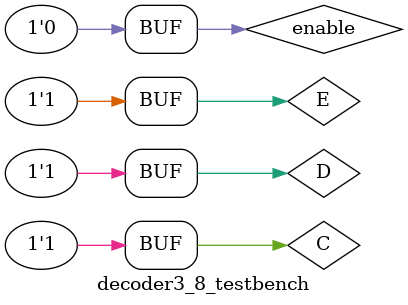
<source format=sv>
`timescale 1ns/10ps
module decoder3_8(out, C, D, E, enable);
	output logic [7:0] out;
	input logic enable;
	input logic C, D, E;
	
	logic Cinv, Dinv, Einv;
	
	//Most significant descending -> C, D, E
	not #(50ps) Cinverter (Cinv, C);
	not #(50ps) Dinverter (Dinv, D);
	not #(50ps) Einverter (Einv, E);
	
	and #(50ps) AND000 (out[0],Cinv, Einv, Dinv, enable);
	and #(50ps) AND001 (out[1],Cinv, E, Dinv, enable);
	and #(50ps) AND010 (out[2],Cinv, Einv, D, enable);
	and #(50ps) AND011 (out[3],Cinv, E, D, enable);
	and #(50ps) AND100 (out[4],C, Einv, Dinv, enable);
	and #(50ps) AND101 (out[5],C, E, Dinv, enable);
	and #(50ps) AND110 (out[6],C, Einv, D, enable);
	and #(50ps) AND111 (out[7],C, E, D, enable);
	
endmodule 



module decoder3_8_testbench();
	logic [7:0] out;
	logic enable;
	logic C, D, E;
	
	decoder3_8 dut (.out(out), .C(C), .D(D), .E(E), .enable(enable));
	
	initial begin
		C=0; D=0; E=0; enable = 1; #100; // enanble true
		C=0; D=0; E=1; enable = 1; #100;
		C=0; D=1; E=0; enable = 1; #100;
		C=0; D=1; E=1; enable = 1; #100;
		C=1; D=0; E=0; enable = 1; #100;
		C=1; D=0; E=1; enable = 1; #100;
		C=1; D=1; E=0; enable = 1; #100;
		C=1; D=1; E=1; enable = 1; #100;
		
		C=0; D=0; E=0; enable = 0; #100; // enable false
		C=0; D=0; E=1; enable = 0; #100;
		C=0; D=1; E=0; enable = 0; #100;
		C=0; D=1; E=1; enable = 0; #100;
		C=1; D=0; E=0; enable = 0; #100;
		C=1; D=0; E=1; enable = 0; #100;
		C=1; D=1; E=0; enable = 0; #100;
		C=1; D=1; E=1; enable = 0; #100;
		
	end
endmodule

</source>
